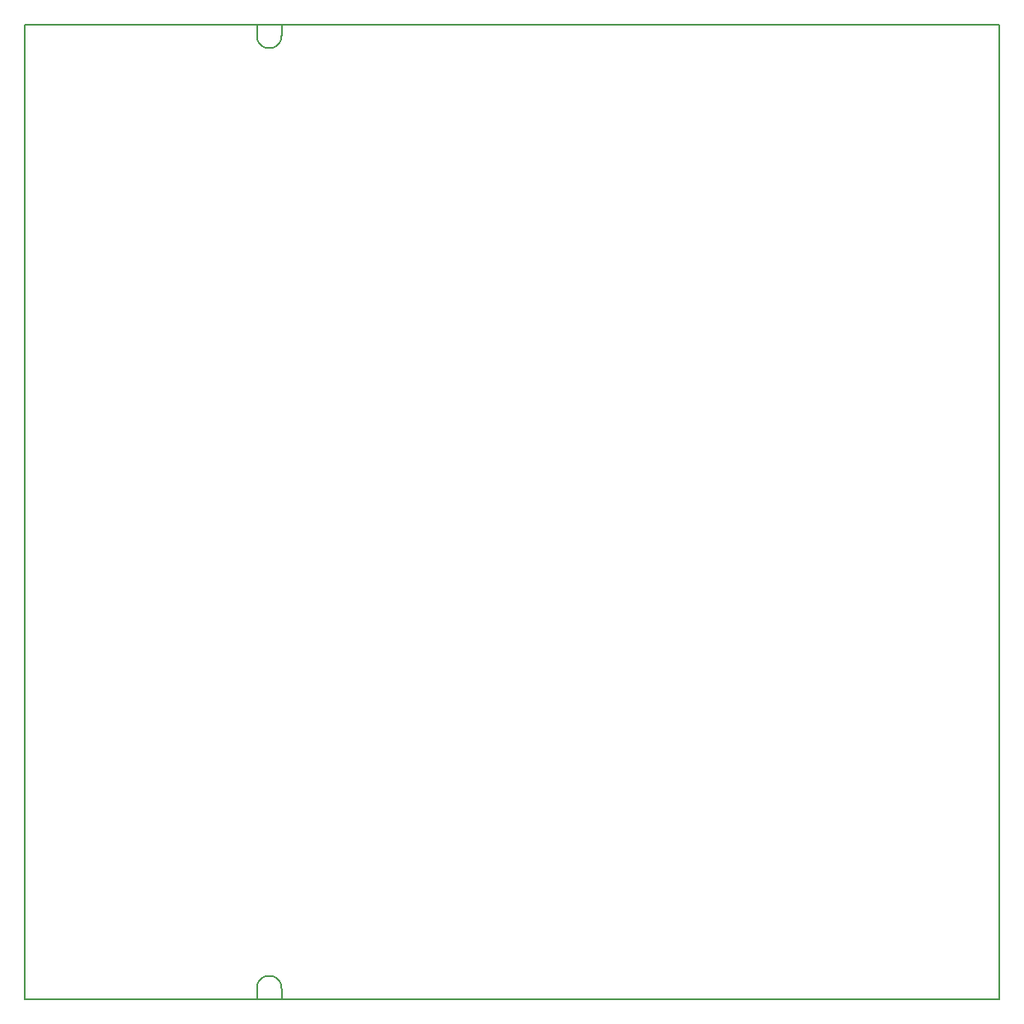
<source format=gbr>
G04 DipTrace 4.3.0.5*
G04 BoardOutline.gbr*
%MOMM*%
G04 #@! TF.FileFunction,Profile*
G04 #@! TF.Part,Single*
%ADD12C,0.14*%
%FSLAX35Y35*%
G04*
G71*
G90*
G75*
G01*
G04 BoardOutline*
%LPD*%
X-10000000Y5000000D2*
D12*
X0D1*
Y-5000000D1*
X-10000000D1*
Y5000000D1*
X-7620000Y-5000000D2*
Y-4889500D1*
X-7366000Y-5000000D2*
Y-4889500D1*
X-7620000D2*
G02X-7366000Y-4889500I127000J0D01*
G01*
X-7620000Y5000627D2*
Y4890127D1*
X-7366000Y5000627D2*
Y4890127D1*
X-7620000D2*
G03X-7366000Y4890127I127000J0D01*
G01*
M02*

</source>
